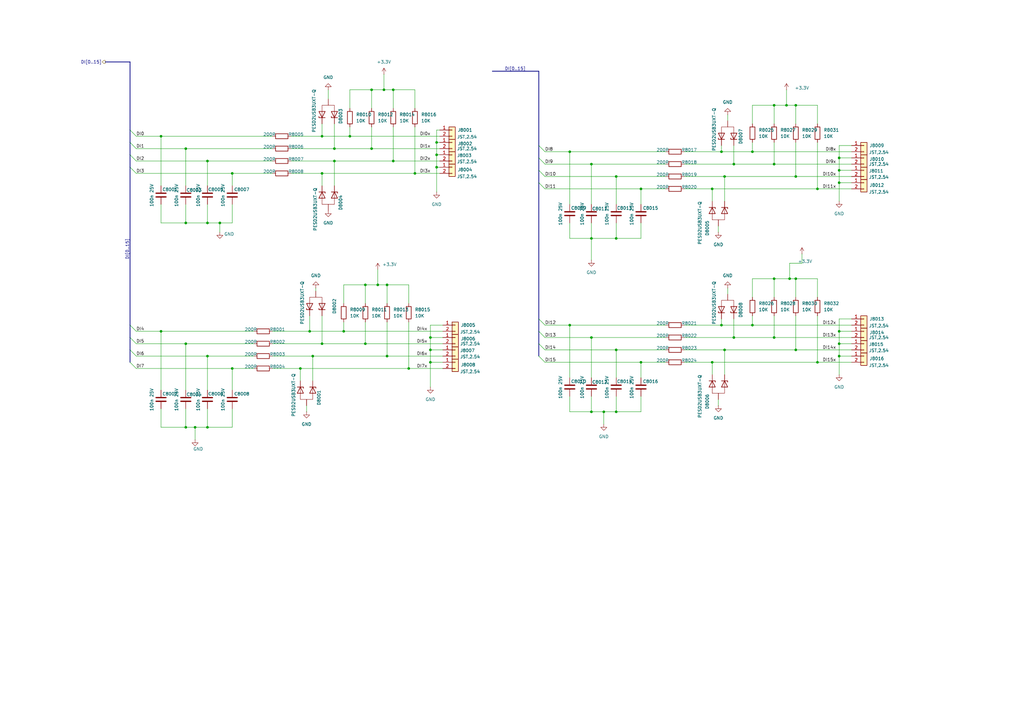
<source format=kicad_sch>
(kicad_sch (version 20231120) (generator "eeschema") (generator_version "8.0")
  (paper "A3")
  (title_block (title "BT_AD/DX") (rev "Rev:P1") (comment 1 "BT_0001-1"))
  (junction (at 326.39 72.39))
  (junction (at 132.08 71.12))
  (junction (at 176.53 138.43))
  (junction (at 76.2 91.44))
  (junction (at 233.68 62.23))
  (junction (at 179.07 68.58))
  (junction (at 317.5 43.18))
  (junction (at 76.2 175.26))
  (junction (at 335.28 148.59))
  (junction (at 335.28 77.47))
  (junction (at 242.57 138.43))
  (junction (at 158.75 146.05))
  (junction (at 344.17 146.05))
  (junction (at 66.04 55.88))
  (junction (at 149.86 140.97))
  (junction (at 154.94 116.84))
  (junction (at 128.27 146.05))
  (junction (at 127 135.89))
  (junction (at 297.18 143.51))
  (junction (at 152.4 36.83))
  (junction (at 326.39 114.3))
  (junction (at 317.5 138.43))
  (junction (at 132.08 55.88))
  (junction (at 344.17 140.97))
  (junction (at 90.17 91.44))
  (junction (at 344.17 69.85))
  (junction (at 132.08 140.97))
  (junction (at 176.53 148.59))
  (junction (at 85.09 66.04))
  (junction (at 176.53 143.51))
  (junction (at 344.17 135.89))
  (junction (at 300.99 67.31))
  (junction (at 295.91 133.35))
  (junction (at 76.2 60.96))
  (junction (at 326.39 143.51))
  (junction (at 158.75 116.84))
  (junction (at 344.17 64.77))
  (junction (at 242.57 97.79))
  (junction (at 308.61 62.23))
  (junction (at 323.85 114.3))
  (junction (at 308.61 133.35))
  (junction (at 242.57 67.31))
  (junction (at 123.19 151.13))
  (junction (at 85.09 91.44))
  (junction (at 170.18 71.12))
  (junction (at 242.57 168.91))
  (junction (at 76.2 140.97))
  (junction (at 317.5 67.31))
  (junction (at 292.1 77.47))
  (junction (at 161.29 66.04))
  (junction (at 247.65 168.91))
  (junction (at 317.5 114.3))
  (junction (at 85.09 175.26))
  (junction (at 85.09 146.05))
  (junction (at 80.01 175.26))
  (junction (at 262.89 77.47))
  (junction (at 152.4 60.96))
  (junction (at 157.48 36.83))
  (junction (at 140.97 135.89))
  (junction (at 233.68 133.35))
  (junction (at 95.25 71.12))
  (junction (at 252.73 97.79))
  (junction (at 161.29 36.83))
  (junction (at 326.39 43.18))
  (junction (at 300.99 138.43))
  (junction (at 322.58 43.18))
  (junction (at 252.73 168.91))
  (junction (at 295.91 62.23))
  (junction (at 66.04 135.89))
  (junction (at 252.73 143.51))
  (junction (at 252.73 72.39))
  (junction (at 179.07 58.42))
  (junction (at 167.64 151.13))
  (junction (at 149.86 116.84))
  (junction (at 179.07 63.5))
  (junction (at 344.17 74.93))
  (junction (at 95.25 151.13))
  (junction (at 143.51 55.88))
  (junction (at 292.1 148.59))
  (junction (at 137.16 60.96))
  (junction (at 297.18 72.39))
  (junction (at 262.89 148.59))
  (junction (at 137.16 66.04))
  (bus_entry (at 53.34 148.59) (size 2.54 2.54))
  (bus_entry (at 53.34 138.43) (size 2.54 2.54))
  (bus_entry (at 53.34 143.51) (size 2.54 2.54))
  (bus_entry (at 53.34 68.58) (size 2.54 2.54))
  (bus_entry (at 53.34 58.42) (size 2.54 2.54))
  (bus_entry (at 220.98 74.93) (size 2.54 2.54))
  (bus_entry (at 220.98 130.81) (size 2.54 2.54))
  (bus_entry (at 220.98 140.97) (size 2.54 2.54))
  (bus_entry (at 220.98 146.05) (size 2.54 2.54))
  (bus_entry (at 220.98 135.89) (size 2.54 2.54))
  (bus_entry (at 220.98 64.77) (size 2.54 2.54))
  (bus_entry (at 53.34 53.34) (size 2.54 2.54))
  (bus_entry (at 53.34 63.5) (size 2.54 2.54))
  (bus_entry (at 220.98 59.69) (size 2.54 2.54))
  (bus_entry (at 220.98 69.85) (size 2.54 2.54))
  (bus_entry (at 53.34 133.35) (size 2.54 2.54))
  (wire (pts (xy 344.17 74.93) (xy 344.17 82.55)))
  (wire (pts (xy 322.58 43.18) (xy 326.39 43.18)))
  (wire (pts (xy 326.39 58.42) (xy 326.39 72.39)))
  (wire (pts (xy 233.68 168.91) (xy 242.57 168.91)))
  (wire (pts (xy 76.2 140.97) (xy 104.14 140.97)))
  (wire (pts (xy 317.5 114.3) (xy 308.61 114.3)))
  (wire (pts (xy 76.2 60.96) (xy 111.76 60.96)))
  (wire (pts (xy 295.91 59.69) (xy 295.91 62.23)))
  (wire (pts (xy 335.28 129.54) (xy 335.28 148.59)))
  (wire (pts (xy 242.57 138.43) (xy 242.57 154.94)))
  (wire (pts (xy 149.86 132.08) (xy 149.86 140.97)))
  (wire (pts (xy 344.17 140.97) (xy 344.17 146.05)))
  (wire (pts (xy 317.5 138.43) (xy 349.25 138.43)))
  (wire (pts (xy 170.18 71.12) (xy 180.34 71.12)))
  (wire (pts (xy 179.07 63.5) (xy 180.34 63.5)))
  (wire (pts (xy 326.39 114.3) (xy 326.39 121.92)))
  (wire (pts (xy 280.67 67.31) (xy 300.99 67.31)))
  (wire (pts (xy 119.38 66.04) (xy 137.16 66.04)))
  (wire (pts (xy 95.25 71.12) (xy 111.76 71.12)))
  (wire (pts (xy 179.07 58.42) (xy 180.34 58.42)))
  (wire (pts (xy 252.73 72.39) (xy 252.73 83.82)))
  (wire (pts (xy 152.4 60.96) (xy 180.34 60.96)))
  (wire (pts (xy 85.09 167.64) (xy 85.09 175.26)))
  (wire (pts (xy 223.52 67.31) (xy 242.57 67.31)))
  (wire (pts (xy 179.07 68.58) (xy 179.07 78.74)))
  (wire (pts (xy 128.27 146.05) (xy 128.27 156.21)))
  (bus (pts (xy 53.34 68.58) (xy 53.34 63.5)))
  (wire (pts (xy 317.5 43.18) (xy 322.58 43.18)))
  (wire (pts (xy 308.61 58.42) (xy 308.61 62.23)))
  (wire (pts (xy 55.88 135.89) (xy 66.04 135.89)))
  (wire (pts (xy 317.5 114.3) (xy 323.85 114.3)))
  (wire (pts (xy 161.29 52.07) (xy 161.29 66.04)))
  (wire (pts (xy 335.28 121.92) (xy 335.28 114.3)))
  (wire (pts (xy 252.73 168.91) (xy 262.89 168.91)))
  (bus (pts (xy 220.98 59.69) (xy 220.98 29.21)))
  (wire (pts (xy 55.88 60.96) (xy 76.2 60.96)))
  (wire (pts (xy 242.57 162.56) (xy 242.57 168.91)))
  (wire (pts (xy 300.99 138.43) (xy 317.5 138.43)))
  (wire (pts (xy 176.53 143.51) (xy 181.61 143.51)))
  (wire (pts (xy 292.1 77.47) (xy 335.28 77.47)))
  (wire (pts (xy 161.29 66.04) (xy 180.34 66.04)))
  (wire (pts (xy 328.93 107.95) (xy 328.93 104.14)))
  (wire (pts (xy 85.09 91.44) (xy 90.17 91.44)))
  (wire (pts (xy 149.86 116.84) (xy 149.86 124.46)))
  (wire (pts (xy 176.53 138.43) (xy 181.61 138.43)))
  (wire (pts (xy 152.4 36.83) (xy 152.4 44.45)))
  (wire (pts (xy 95.25 71.12) (xy 95.25 76.2)))
  (wire (pts (xy 223.52 143.51) (xy 252.73 143.51)))
  (wire (pts (xy 95.25 151.13) (xy 104.14 151.13)))
  (wire (pts (xy 76.2 175.26) (xy 80.01 175.26)))
  (wire (pts (xy 154.94 110.49) (xy 154.94 116.84)))
  (wire (pts (xy 90.17 91.44) (xy 90.17 95.25)))
  (wire (pts (xy 294.64 92.71) (xy 294.64 95.25)))
  (wire (pts (xy 55.88 140.97) (xy 76.2 140.97)))
  (wire (pts (xy 66.04 135.89) (xy 66.04 160.02)))
  (wire (pts (xy 85.09 83.82) (xy 85.09 91.44)))
  (wire (pts (xy 76.2 91.44) (xy 85.09 91.44)))
  (wire (pts (xy 137.16 66.04) (xy 137.16 76.2)))
  (wire (pts (xy 233.68 62.23) (xy 233.68 83.82)))
  (wire (pts (xy 317.5 43.18) (xy 317.5 50.8)))
  (wire (pts (xy 85.09 175.26) (xy 95.25 175.26)))
  (wire (pts (xy 317.5 58.42) (xy 317.5 67.31)))
  (wire (pts (xy 280.67 138.43) (xy 300.99 138.43)))
  (wire (pts (xy 252.73 143.51) (xy 273.05 143.51)))
  (wire (pts (xy 179.07 53.34) (xy 179.07 58.42)))
  (wire (pts (xy 344.17 146.05) (xy 344.17 153.67)))
  (wire (pts (xy 317.5 43.18) (xy 308.61 43.18)))
  (wire (pts (xy 323.85 114.3) (xy 326.39 114.3)))
  (wire (pts (xy 344.17 135.89) (xy 349.25 135.89)))
  (bus (pts (xy 220.98 74.93) (xy 220.98 130.81)))
  (wire (pts (xy 233.68 162.56) (xy 233.68 168.91)))
  (wire (pts (xy 95.25 83.82) (xy 95.25 91.44)))
  (wire (pts (xy 344.17 64.77) (xy 344.17 69.85)))
  (wire (pts (xy 335.28 77.47) (xy 349.25 77.47)))
  (wire (pts (xy 280.67 62.23) (xy 295.91 62.23)))
  (wire (pts (xy 323.85 107.95) (xy 323.85 114.3)))
  (wire (pts (xy 233.68 133.35) (xy 233.68 154.94)))
  (wire (pts (xy 170.18 44.45) (xy 170.18 36.83)))
  (wire (pts (xy 132.08 140.97) (xy 111.76 140.97)))
  (wire (pts (xy 176.53 138.43) (xy 176.53 143.51)))
  (bus (pts (xy 53.34 53.34) (xy 53.34 25.4)))
  (wire (pts (xy 344.17 64.77) (xy 349.25 64.77)))
  (wire (pts (xy 90.17 91.44) (xy 95.25 91.44)))
  (wire (pts (xy 176.53 148.59) (xy 181.61 148.59)))
  (wire (pts (xy 323.85 107.95) (xy 328.93 107.95)))
  (wire (pts (xy 344.17 130.81) (xy 349.25 130.81)))
  (wire (pts (xy 317.5 129.54) (xy 317.5 138.43)))
  (wire (pts (xy 176.53 148.59) (xy 176.53 158.75)))
  (wire (pts (xy 262.89 148.59) (xy 262.89 154.94)))
  (wire (pts (xy 143.51 36.83) (xy 143.51 44.45)))
  (wire (pts (xy 280.67 148.59) (xy 292.1 148.59)))
  (wire (pts (xy 161.29 36.83) (xy 157.48 36.83)))
  (wire (pts (xy 85.09 146.05) (xy 104.14 146.05)))
  (wire (pts (xy 308.61 62.23) (xy 349.25 62.23)))
  (wire (pts (xy 137.16 60.96) (xy 152.4 60.96)))
  (wire (pts (xy 181.61 133.35) (xy 176.53 133.35)))
  (wire (pts (xy 132.08 71.12) (xy 170.18 71.12)))
  (wire (pts (xy 317.5 67.31) (xy 349.25 67.31)))
  (wire (pts (xy 95.25 151.13) (xy 95.25 160.02)))
  (wire (pts (xy 132.08 140.97) (xy 149.86 140.97)))
  (wire (pts (xy 154.94 116.84) (xy 149.86 116.84)))
  (wire (pts (xy 85.09 146.05) (xy 85.09 160.02)))
  (wire (pts (xy 179.07 68.58) (xy 180.34 68.58)))
  (wire (pts (xy 76.2 60.96) (xy 76.2 76.2)))
  (wire (pts (xy 111.76 151.13) (xy 123.19 151.13)))
  (wire (pts (xy 326.39 43.18) (xy 326.39 50.8)))
  (wire (pts (xy 294.64 163.83) (xy 294.64 166.37)))
  (bus (pts (xy 201.93 29.21) (xy 220.98 29.21)))
  (wire (pts (xy 292.1 148.59) (xy 335.28 148.59)))
  (wire (pts (xy 66.04 135.89) (xy 104.14 135.89)))
  (wire (pts (xy 300.99 130.81) (xy 300.99 138.43)))
  (bus (pts (xy 53.34 133.35) (xy 53.34 68.58)))
  (wire (pts (xy 123.19 151.13) (xy 167.64 151.13)))
  (wire (pts (xy 262.89 77.47) (xy 273.05 77.47)))
  (wire (pts (xy 308.61 114.3) (xy 308.61 121.92)))
  (wire (pts (xy 280.67 143.51) (xy 297.18 143.51)))
  (wire (pts (xy 262.89 162.56) (xy 262.89 168.91)))
  (wire (pts (xy 132.08 71.12) (xy 132.08 76.2)))
  (wire (pts (xy 344.17 69.85) (xy 344.17 74.93)))
  (wire (pts (xy 292.1 148.59) (xy 292.1 153.67)))
  (wire (pts (xy 111.76 146.05) (xy 128.27 146.05)))
  (wire (pts (xy 66.04 175.26) (xy 76.2 175.26)))
  (bus (pts (xy 220.98 140.97) (xy 220.98 135.89)))
  (wire (pts (xy 152.4 52.07) (xy 152.4 60.96)))
  (bus (pts (xy 43.18 25.4) (xy 53.34 25.4)))
  (wire (pts (xy 137.16 66.04) (xy 161.29 66.04)))
  (wire (pts (xy 233.68 62.23) (xy 273.05 62.23)))
  (wire (pts (xy 326.39 129.54) (xy 326.39 143.51)))
  (wire (pts (xy 158.75 116.84) (xy 158.75 124.46)))
  (wire (pts (xy 295.91 133.35) (xy 308.61 133.35)))
  (wire (pts (xy 242.57 168.91) (xy 247.65 168.91)))
  (wire (pts (xy 149.86 116.84) (xy 140.97 116.84)))
  (wire (pts (xy 242.57 67.31) (xy 273.05 67.31)))
  (wire (pts (xy 344.17 146.05) (xy 349.25 146.05)))
  (wire (pts (xy 297.18 143.51) (xy 326.39 143.51)))
  (wire (pts (xy 223.52 77.47) (xy 262.89 77.47)))
  (wire (pts (xy 95.25 167.64) (xy 95.25 175.26)))
  (wire (pts (xy 242.57 138.43) (xy 273.05 138.43)))
  (wire (pts (xy 149.86 140.97) (xy 181.61 140.97)))
  (bus (pts (xy 53.34 63.5) (xy 53.34 58.42)))
  (wire (pts (xy 132.08 129.54) (xy 132.08 140.97)))
  (wire (pts (xy 66.04 55.88) (xy 111.76 55.88)))
  (bus (pts (xy 53.34 143.51) (xy 53.34 138.43)))
  (wire (pts (xy 66.04 55.88) (xy 66.04 76.2)))
  (wire (pts (xy 335.28 58.42) (xy 335.28 77.47)))
  (wire (pts (xy 85.09 66.04) (xy 111.76 66.04)))
  (wire (pts (xy 335.28 50.8) (xy 335.28 43.18)))
  (bus (pts (xy 220.98 74.93) (xy 220.98 69.85)))
  (wire (pts (xy 252.73 91.44) (xy 252.73 97.79)))
  (wire (pts (xy 242.57 97.79) (xy 252.73 97.79)))
  (wire (pts (xy 137.16 50.8) (xy 137.16 60.96)))
  (wire (pts (xy 223.52 62.23) (xy 233.68 62.23)))
  (wire (pts (xy 317.5 114.3) (xy 317.5 121.92)))
  (wire (pts (xy 143.51 52.07) (xy 143.51 55.88)))
  (wire (pts (xy 223.52 138.43) (xy 242.57 138.43)))
  (wire (pts (xy 167.64 151.13) (xy 181.61 151.13)))
  (wire (pts (xy 262.89 148.59) (xy 273.05 148.59)))
  (wire (pts (xy 66.04 83.82) (xy 66.04 91.44)))
  (wire (pts (xy 157.48 30.48) (xy 157.48 36.83)))
  (wire (pts (xy 242.57 91.44) (xy 242.57 97.79)))
  (wire (pts (xy 55.88 151.13) (xy 95.25 151.13)))
  (wire (pts (xy 252.73 72.39) (xy 273.05 72.39)))
  (wire (pts (xy 242.57 67.31) (xy 242.57 83.82)))
  (wire (pts (xy 308.61 129.54) (xy 308.61 133.35)))
  (wire (pts (xy 344.17 59.69) (xy 349.25 59.69)))
  (wire (pts (xy 80.01 175.26) (xy 85.09 175.26)))
  (wire (pts (xy 179.07 58.42) (xy 179.07 63.5)))
  (wire (pts (xy 344.17 130.81) (xy 344.17 135.89)))
  (wire (pts (xy 233.68 97.79) (xy 242.57 97.79)))
  (wire (pts (xy 176.53 133.35) (xy 176.53 138.43)))
  (wire (pts (xy 297.18 143.51) (xy 297.18 153.67)))
  (wire (pts (xy 128.27 146.05) (xy 158.75 146.05)))
  (wire (pts (xy 326.39 143.51) (xy 349.25 143.51)))
  (wire (pts (xy 170.18 36.83) (xy 161.29 36.83)))
  (wire (pts (xy 140.97 116.84) (xy 140.97 124.46)))
  (wire (pts (xy 292.1 77.47) (xy 292.1 82.55)))
  (bus (pts (xy 220.98 146.05) (xy 220.98 140.97)))
  (wire (pts (xy 179.07 63.5) (xy 179.07 68.58)))
  (wire (pts (xy 76.2 83.82) (xy 76.2 91.44)))
  (wire (pts (xy 119.38 71.12) (xy 132.08 71.12)))
  (wire (pts (xy 132.08 55.88) (xy 143.51 55.88)))
  (bus (pts (xy 220.98 135.89) (xy 220.98 130.81)))
  (wire (pts (xy 326.39 72.39) (xy 349.25 72.39)))
  (wire (pts (xy 140.97 132.08) (xy 140.97 135.89)))
  (wire (pts (xy 55.88 146.05) (xy 85.09 146.05)))
  (wire (pts (xy 127 129.54) (xy 127 135.89)))
  (wire (pts (xy 143.51 55.88) (xy 180.34 55.88)))
  (wire (pts (xy 233.68 91.44) (xy 233.68 97.79)))
  (wire (pts (xy 300.99 59.69) (xy 300.99 67.31)))
  (wire (pts (xy 335.28 148.59) (xy 349.25 148.59)))
  (wire (pts (xy 55.88 66.04) (xy 85.09 66.04)))
  (wire (pts (xy 344.17 140.97) (xy 349.25 140.97)))
  (wire (pts (xy 76.2 167.64) (xy 76.2 175.26)))
  (wire (pts (xy 140.97 135.89) (xy 181.61 135.89)))
  (wire (pts (xy 158.75 116.84) (xy 154.94 116.84)))
  (wire (pts (xy 298.45 46.99) (xy 298.45 49.53)))
  (wire (pts (xy 170.18 52.07) (xy 170.18 71.12)))
  (wire (pts (xy 300.99 67.31) (xy 317.5 67.31)))
  (wire (pts (xy 252.73 162.56) (xy 252.73 168.91)))
  (bus (pts (xy 220.98 64.77) (xy 220.98 59.69)))
  (wire (pts (xy 129.54 118.11) (xy 129.54 119.38)))
  (wire (pts (xy 247.65 168.91) (xy 252.73 168.91)))
  (wire (pts (xy 176.53 143.51) (xy 176.53 148.59)))
  (wire (pts (xy 252.73 143.51) (xy 252.73 154.94)))
  (wire (pts (xy 297.18 72.39) (xy 297.18 82.55)))
  (wire (pts (xy 295.91 130.81) (xy 295.91 133.35)))
  (wire (pts (xy 308.61 43.18) (xy 308.61 50.8)))
  (wire (pts (xy 132.08 50.8) (xy 132.08 55.88)))
  (wire (pts (xy 125.73 166.37) (xy 125.73 168.91)))
  (wire (pts (xy 167.64 116.84) (xy 158.75 116.84)))
  (wire (pts (xy 76.2 140.97) (xy 76.2 160.02)))
  (wire (pts (xy 80.01 175.26) (xy 80.01 180.34)))
  (bus (pts (xy 53.34 58.42) (xy 53.34 53.34)))
  (wire (pts (xy 127 135.89) (xy 140.97 135.89)))
  (wire (pts (xy 280.67 72.39) (xy 297.18 72.39)))
  (bus (pts (xy 53.34 148.59) (xy 53.34 143.51)))
  (wire (pts (xy 322.58 36.83) (xy 322.58 43.18)))
  (wire (pts (xy 344.17 74.93) (xy 349.25 74.93)))
  (wire (pts (xy 85.09 66.04) (xy 85.09 76.2)))
  (wire (pts (xy 157.48 36.83) (xy 152.4 36.83)))
  (wire (pts (xy 297.18 72.39) (xy 326.39 72.39)))
  (wire (pts (xy 167.64 124.46) (xy 167.64 116.84)))
  (wire (pts (xy 298.45 118.11) (xy 298.45 120.65)))
  (wire (pts (xy 111.76 135.89) (xy 127 135.89)))
  (wire (pts (xy 247.65 168.91) (xy 247.65 173.99)))
  (wire (pts (xy 252.73 97.79) (xy 262.89 97.79)))
  (wire (pts (xy 326.39 114.3) (xy 335.28 114.3)))
  (wire (pts (xy 223.52 148.59) (xy 262.89 148.59)))
  (wire (pts (xy 295.91 62.23) (xy 308.61 62.23)))
  (wire (pts (xy 123.19 151.13) (xy 123.19 156.21)))
  (wire (pts (xy 262.89 77.47) (xy 262.89 83.82)))
  (wire (pts (xy 134.62 36.83) (xy 134.62 40.64)))
  (wire (pts (xy 335.28 43.18) (xy 326.39 43.18)))
  (wire (pts (xy 233.68 133.35) (xy 273.05 133.35)))
  (wire (pts (xy 280.67 133.35) (xy 295.91 133.35)))
  (wire (pts (xy 344.17 135.89) (xy 344.17 140.97)))
  (wire (pts (xy 158.75 132.08) (xy 158.75 146.05)))
  (wire (pts (xy 223.52 72.39) (xy 252.73 72.39)))
  (wire (pts (xy 161.29 36.83) (xy 161.29 44.45)))
  (wire (pts (xy 344.17 69.85) (xy 349.25 69.85)))
  (wire (pts (xy 55.88 55.88) (xy 66.04 55.88)))
  (wire (pts (xy 66.04 91.44) (xy 76.2 91.44)))
  (wire (pts (xy 66.04 167.64) (xy 66.04 175.26)))
  (bus (pts (xy 53.34 138.43) (xy 53.34 133.35)))
  (wire (pts (xy 55.88 71.12) (xy 95.25 71.12)))
  (wire (pts (xy 180.34 53.34) (xy 179.07 53.34)))
  (wire (pts (xy 344.17 59.69) (xy 344.17 64.77)))
  (wire (pts (xy 262.89 91.44) (xy 262.89 97.79)))
  (wire (pts (xy 280.67 77.47) (xy 292.1 77.47)))
  (wire (pts (xy 167.64 132.08) (xy 167.64 151.13)))
  (wire (pts (xy 152.4 36.83) (xy 143.51 36.83)))
  (wire (pts (xy 158.75 146.05) (xy 181.61 146.05)))
  (bus (pts (xy 220.98 69.85) (xy 220.98 64.77)))
  (wire (pts (xy 223.52 133.35) (xy 233.68 133.35)))
  (wire (pts (xy 119.38 55.88) (xy 132.08 55.88)))
  (wire (pts (xy 119.38 60.96) (xy 137.16 60.96)))
  (wire (pts (xy 242.57 97.79) (xy 242.57 106.68)))
  (wire (pts (xy 308.61 133.35) (xy 349.25 133.35)))
  (label "DI11" (at 223.52 77.47 0))
  (label "DI13" (at 223.52 138.43 0))
  (label "DI15" (at 223.52 148.59 0))
  (label "DI9" (at 223.52 67.31 0))
  (label "DI5x" (at 175.26 140.97 180))
  (label "DI1" (at 55.88 60.96 0))
  (label "DI7x" (at 175.26 151.13 180))
  (label "DI3x" (at 176.53 71.12 180))
  (label "DI2" (at 55.88 66.04 0))
  (label "DI6x" (at 175.26 146.05 180))
  (label "DI[0..15]" (at 53.34 97.79 270))
  (label "DI14x" (at 342.9 143.51 180))
  (label "DI6" (at 55.88 146.05 0))
  (label "DI10" (at 223.52 72.39 0))
  (label "DI11x" (at 342.9 77.47 180))
  (label "DI4" (at 55.88 135.89 0))
  (label "DI8x" (at 342.9 62.23 180))
  (label "DI13x" (at 342.9 138.43 180))
  (label "DI15x" (at 342.9 148.59 180))
  (label "DI4x" (at 175.26 135.89 180))
  (label "DI9x" (at 342.9 67.31 180))
  (label "DI0" (at 55.88 55.88 0))
  (label "DI1x" (at 176.53 60.96 180))
  (label "DI5" (at 55.88 140.97 0))
  (label "DI14" (at 223.52 143.51 0))
  (label "DI[0..15]" (at 207.01 29.21 0))
  (label "DI12" (at 223.52 133.35 0))
  (label "DI0x" (at 176.53 55.88 180))
  (label "DI10x" (at 342.9 72.39 180))
  (label "DI12x" (at 342.9 133.35 180))
  (label "DI7" (at 55.88 151.13 0))
  (label "DI2x" (at 176.53 66.04 180))
  (label "DI8" (at 223.52 62.23 0))
  (label "DI3" (at 55.88 71.12 0))
  (hierarchical_label "DI[0..15]" (shape output) (at 43.18 25.4 180))
  (symbol (lib_id "bt_capacitor:C;M;100n;10p;25V;S;0603") (at 252.73 158.75 0) (unit 1)
    (property "Reference" "C8014" (at 252.984 156.464 0) (effects (justify left)))
    (property "Value" "100n 25V" (at 248.92 163.576 90) (effects (justify left)))
    (property "Footprint" "Capacitor_SMD:C_0603_1608Metric" (effects (hide yes)))
    (property "Description" "Capacitor" (effects (hide yes)))
    (property "MPN" "C;M;100n;10p;25V;S;0603" (effects (hide yes)))
    (property "CPN" "BT00008-090680" (effects (hide yes)))
  )
  (symbol (lib_id "bt_resistors:R;G;200R;10P0;S;0603") (at 276.86 72.39 90) (unit 1)
    (property "Reference" "R8019" (at 282.702 71.628 90))
    (property "Value" "200R" (at 271.78 71.628 90))
    (property "Footprint" "Resistor_SMD:R_0603_1608Metric" (effects (hide yes)))
    (property "Description" "Resistor" (effects (hide yes)))
    (property "MPN" "R;G;200R;10P0;S;0603" (effects (hide yes)))
    (property "CPN" "BT00002-02000" (effects (hide yes)))
  )
  (symbol (lib_id "bt_resistors:R;G;200R;10P0;S;0603") (at 115.57 60.96 90) (unit 1)
    (property "Reference" "R8006" (at 121.412 60.198 90))
    (property "Value" "200R" (at 110.49 60.198 90))
    (property "Footprint" "Resistor_SMD:R_0603_1608Metric" (effects (hide yes)))
    (property "Description" "Resistor" (effects (hide yes)))
    (property "MPN" "R;G;200R;10P0;S;0603" (effects (hide yes)))
    (property "CPN" "BT00002-02000" (effects (hide yes)))
  )
  (symbol (lib_id "bt_resistors:R;G;200R;10P0;S;0603") (at 115.57 66.04 90) (unit 1)
    (property "Reference" "R8007" (at 121.412 65.278 90))
    (property "Value" "200R" (at 110.49 65.278 90))
    (property "Footprint" "Resistor_SMD:R_0603_1608Metric" (effects (hide yes)))
    (property "Description" "Resistor" (effects (hide yes)))
    (property "MPN" "R;G;200R;10P0;S;0603" (effects (hide yes)))
    (property "CPN" "BT00002-02000" (effects (hide yes)))
  )
  (symbol (lib_id "bt_resistors:R;G;200R;10P0;S;0603") (at 107.95 140.97 90) (unit 1)
    (property "Reference" "R8002" (at 113.792 140.208 90))
    (property "Value" "200R" (at 102.87 140.208 90))
    (property "Footprint" "Resistor_SMD:R_0603_1608Metric" (effects (hide yes)))
    (property "Description" "Resistor" (effects (hide yes)))
    (property "MPN" "R;G;200R;10P0;S;0603" (effects (hide yes)))
    (property "CPN" "BT00002-02000" (effects (hide yes)))
  )
  (symbol (lib_id "bt_capacitor:C;M;100n;10p;25V;S;0603") (at 242.57 158.75 0) (unit 1)
    (property "Reference" "C8012" (at 242.824 156.718 0) (effects (justify left)))
    (property "Value" "100n 25V" (at 238.76 163.576 90) (effects (justify left)))
    (property "Footprint" "Capacitor_SMD:C_0603_1608Metric" (effects (hide yes)))
    (property "Description" "Capacitor" (effects (hide yes)))
    (property "MPN" "C;M;100n;10p;25V;S;0603" (effects (hide yes)))
    (property "CPN" "BT00008-090680" (effects (hide yes)))
  )
  (symbol (lib_id "bt_ESD_protection:PESD2USB3UXT-Q") (at 298.45 55.88 90) (unit 1)
    (property "Reference" "D8007" (at 303.784 52.832 0) (effects (justify right)))
    (property "Value" "PESD2USB3UXT-Q" (at 292.862 44.196 0) (effects (justify right)))
    (property "Footprint" "Package_TO_SOT_SMD:SOT-23-3" (effects (hide yes)))
    (property "Datasheet" "https://www.mouser.se/datasheet/2/916/PESD2USB3UXT_Q-3435971.pdf" (effects (hide yes)))
    (property "Description" "TVS dual 3v3" (effects (hide yes)))
    (property "CPN" "BT09002-00001" (effects (hide yes)))
    (property "MPN" "PESD2USB3UXT-Q" (effects (hide yes)))
  )
  (symbol (lib_id "bt_connector:M;JST;01x02;2.54") (at 186.69 133.35 0) (unit 1)
    (property "Reference" "J8005" (at 188.976 133.35 0) (effects (justify left)))
    (property "Value" "JST,2.54" (at 188.722 136.144 0) (effects (justify left)))
    (property "Footprint" "Connector_JST:JST_EH_B2B-EH-A_1x02_P2.50mm_Vertical" (effects (hide yes)))
    (property "Description" "Generic connector, single row, 01x02, script generated (kicad-library-utils/schlib/autogen/connector/)" (effects (hide yes)))
    (property "CPN" "BT10003-00002" (effects (hide yes)))
    (property "MPN" "JST 2 pin" (effects (hide yes)))
    (property "SMT" "n" (effects (hide yes)))
  )
  (symbol (lib_id "bt_resistors:R;G;10K;10P0;S;0603") (at 335.28 125.73 0) (unit 1)
    (property "Reference" "R8032" (at 337.82 124.4599 0) (effects (justify left)))
    (property "Value" "10K" (at 337.82 126.9999 0) (effects (justify left)))
    (property "Footprint" "Resistor_SMD:R_0603_1608Metric" (effects (hide yes)))
    (property "Description" "Resistor" (effects (hide yes)))
    (property "MPN" "R;G;10K;10P0;S;0603" (effects (hide yes)))
    (property "CPN" "BT00002-30100" (effects (hide yes)))
  )
  (symbol (lib_id "bt_resistors:R;G;200R;10P0;S;0603") (at 115.57 55.88 90) (unit 1)
    (property "Reference" "R8005" (at 121.412 55.118 90))
    (property "Value" "200R" (at 110.49 55.118 90))
    (property "Footprint" "Resistor_SMD:R_0603_1608Metric" (effects (hide yes)))
    (property "Description" "Resistor" (effects (hide yes)))
    (property "MPN" "R;G;200R;10P0;S;0603" (effects (hide yes)))
    (property "CPN" "BT00002-02000" (effects (hide yes)))
  )
  (symbol (lib_id "bt_connector:M;JST;01x02;2.54") (at 186.69 143.51 0) (unit 1)
    (property "Reference" "J8007" (at 188.722 143.764 0) (effects (justify left)))
    (property "Value" "JST,2.54" (at 188.722 146.304 0) (effects (justify left)))
    (property "Footprint" "Connector_JST:JST_EH_B2B-EH-A_1x02_P2.50mm_Vertical" (effects (hide yes)))
    (property "Description" "Generic connector, single row, 01x02, script generated (kicad-library-utils/schlib/autogen/connector/)" (effects (hide yes)))
    (property "CPN" "BT10003-00002" (effects (hide yes)))
    (property "MPN" "JST 2 pin" (effects (hide yes)))
    (property "SMT" "n" (effects (hide yes)))
  )
  (symbol (lib_id "bt_resistors:R;G;10K;10P0;S;0603") (at 170.18 48.26 0) (unit 1)
    (property "Reference" "R8016" (at 172.72 46.9899 0) (effects (justify left)))
    (property "Value" "10K" (at 172.72 49.5299 0) (effects (justify left)))
    (property "Footprint" "Resistor_SMD:R_0603_1608Metric" (effects (hide yes)))
    (property "Description" "Resistor" (effects (hide yes)))
    (property "MPN" "R;G;10K;10P0;S;0603" (effects (hide yes)))
    (property "CPN" "BT00002-30100" (effects (hide yes)))
  )
  (symbol (lib_id "bt_capacitor:C;M;100n;10p;25V;S;0603") (at 95.25 80.01 0) (unit 1)
    (property "Reference" "C8007" (at 96.012 77.724 0) (effects (justify left)))
    (property "Value" "100n 25V" (at 91.44 84.836 90) (effects (justify left)))
    (property "Footprint" "Capacitor_SMD:C_0603_1608Metric" (effects (hide yes)))
    (property "Description" "Capacitor" (effects (hide yes)))
    (property "MPN" "C;M;100n;10p;25V;S;0603" (effects (hide yes)))
    (property "CPN" "BT00008-090680" (effects (hide yes)))
  )
  (symbol (lib_id "bt_resistors:R;G;200R;10P0;S;0603") (at 276.86 143.51 90) (unit 1)
    (property "Reference" "R8023" (at 282.702 142.748 90))
    (property "Value" "200R" (at 271.78 142.748 90))
    (property "Footprint" "Resistor_SMD:R_0603_1608Metric" (effects (hide yes)))
    (property "Description" "Resistor" (effects (hide yes)))
    (property "MPN" "R;G;200R;10P0;S;0603" (effects (hide yes)))
    (property "CPN" "BT00002-02000" (effects (hide yes)))
  )
  (symbol (lib_id "bt_resistors:R;G;10K;10P0;S;0603") (at 167.64 128.27 0) (unit 1)
    (property "Reference" "R8015" (at 170.18 126.9999 0) (effects (justify left)))
    (property "Value" "10K" (at 170.18 129.5399 0) (effects (justify left)))
    (property "Footprint" "Resistor_SMD:R_0603_1608Metric" (effects (hide yes)))
    (property "Description" "Resistor" (effects (hide yes)))
    (property "MPN" "R;G;10K;10P0;S;0603" (effects (hide yes)))
    (property "CPN" "BT00002-30100" (effects (hide yes)))
  )
  (symbol (lib_id "bt_capacitor:C;M;100n;10p;25V;S;0603") (at 95.25 163.83 0) (unit 1)
    (property "Reference" "C8008" (at 96.012 161.544 0) (effects (justify left)))
    (property "Value" "100n 25V" (at 91.44 168.656 90) (effects (justify left)))
    (property "Footprint" "Capacitor_SMD:C_0603_1608Metric" (effects (hide yes)))
    (property "Description" "Capacitor" (effects (hide yes)))
    (property "MPN" "C;M;100n;10p;25V;S;0603" (effects (hide yes)))
    (property "CPN" "BT00008-090680" (effects (hide yes)))
  )
  (symbol (lib_id "bt_connector:M;JST;01x02;2.54") (at 186.69 138.43 0) (unit 1)
    (property "Reference" "J8006" (at 188.976 138.938 0) (effects (justify left)))
    (property "Value" "JST,2.54" (at 188.722 140.97 0) (effects (justify left)))
    (property "Footprint" "Connector_JST:JST_EH_B2B-EH-A_1x02_P2.50mm_Vertical" (effects (hide yes)))
    (property "Description" "Generic connector, single row, 01x02, script generated (kicad-library-utils/schlib/autogen/connector/)" (effects (hide yes)))
    (property "CPN" "BT10003-00002" (effects (hide yes)))
    (property "MPN" "JST 2 pin" (effects (hide yes)))
    (property "SMT" "n" (effects (hide yes)))
  )
  (symbol (lib_id "bt_connector:M;JST;01x02;2.54") (at 354.33 130.81 0) (unit 1)
    (property "Reference" "J8013" (at 356.616 130.81 0) (effects (justify left)))
    (property "Value" "JST,2.54" (at 356.362 133.604 0) (effects (justify left)))
    (property "Footprint" "Connector_JST:JST_EH_B2B-EH-A_1x02_P2.50mm_Vertical" (effects (hide yes)))
    (property "Description" "Generic connector, single row, 01x02, script generated (kicad-library-utils/schlib/autogen/connector/)" (effects (hide yes)))
    (property "CPN" "BT10003-00002" (effects (hide yes)))
    (property "MPN" "JST 2 pin" (effects (hide yes)))
    (property "SMT" "n" (effects (hide yes)))
  )
  (symbol (lib_id "bt_capacitor:C;M;100n;10p;25V;S;0603") (at 66.04 163.83 0) (unit 1)
    (property "Reference" "C8002" (at 66.548 161.544 0) (effects (justify left)))
    (property "Value" "100n 25V" (at 62.23 168.656 90) (effects (justify left)))
    (property "Footprint" "Capacitor_SMD:C_0603_1608Metric" (effects (hide yes)))
    (property "Description" "Capacitor" (effects (hide yes)))
    (property "MPN" "C;M;100n;10p;25V;S;0603" (effects (hide yes)))
    (property "CPN" "BT00008-090680" (effects (hide yes)))
  )
  (symbol (lib_id "power:GND") (at 294.64 95.25 0) (unit 1)
    (property "Reference" "#PWR08013" (effects (hide yes)))
    (property "Value" "GND" (at 294.64 100.33 0))
    (property "Description" "Power symbol creates a global label with name \"GND\" , ground" (effects (hide yes)))
  )
  (symbol (lib_id "bt_capacitor:C;M;100n;10p;25V;S;0603") (at 233.68 87.63 0) (unit 1)
    (property "Reference" "C8009" (at 234.188 85.344 0) (effects (justify left)))
    (property "Value" "100n 25V" (at 229.87 92.456 90) (effects (justify left)))
    (property "Footprint" "Capacitor_SMD:C_0603_1608Metric" (effects (hide yes)))
    (property "Description" "Capacitor" (effects (hide yes)))
    (property "MPN" "C;M;100n;10p;25V;S;0603" (effects (hide yes)))
    (property "CPN" "BT00008-090680" (effects (hide yes)))
  )
  (symbol (lib_id "power:GND") (at 298.45 46.99 180) (unit 1)
    (property "Reference" "#PWR08015" (effects (hide yes)))
    (property "Value" "GND" (at 298.45 41.91 0))
    (property "Description" "Power symbol creates a global label with name \"GND\" , ground" (effects (hide yes)))
  )
  (symbol (lib_id "power:GND") (at 80.01 180.34 0) (unit 1)
    (property "Reference" "#PWR08001" (effects (hide yes)))
    (property "Value" "GND" (at 81.28 184.15 0))
    (property "Description" "Power symbol creates a global label with name \"GND\" , ground" (effects (hide yes)))
  )
  (symbol (lib_id "power:GND") (at 242.57 106.68 0) (unit 1)
    (property "Reference" "#PWR08011" (effects (hide yes)))
    (property "Value" "GND" (at 242.57 111.76 0))
    (property "Description" "Power symbol creates a global label with name \"GND\" , ground" (effects (hide yes)))
  )
  (symbol (lib_id "bt_resistors:R;G;200R;10P0;S;0603") (at 276.86 138.43 90) (unit 1)
    (property "Reference" "R8022" (at 282.702 137.668 90))
    (property "Value" "200R" (at 271.78 137.668 90))
    (property "Footprint" "Resistor_SMD:R_0603_1608Metric" (effects (hide yes)))
    (property "Description" "Resistor" (effects (hide yes)))
    (property "MPN" "R;G;200R;10P0;S;0603" (effects (hide yes)))
    (property "CPN" "BT00002-02000" (effects (hide yes)))
  )
  (symbol (lib_id "bt_resistors:R;G;10K;10P0;S;0603") (at 140.97 128.27 0) (unit 1)
    (property "Reference" "R8009" (at 143.51 126.9999 0) (effects (justify left)))
    (property "Value" "10K" (at 143.51 129.5399 0) (effects (justify left)))
    (property "Footprint" "Resistor_SMD:R_0603_1608Metric" (effects (hide yes)))
    (property "Description" "Resistor" (effects (hide yes)))
    (property "MPN" "R;G;10K;10P0;S;0603" (effects (hide yes)))
    (property "CPN" "BT00002-30100" (effects (hide yes)))
  )
  (symbol (lib_id "power:GND") (at 134.62 36.83 180) (unit 1)
    (property "Reference" "#PWR08005" (effects (hide yes)))
    (property "Value" "GND" (at 134.62 31.75 0))
    (property "Description" "Power symbol creates a global label with name \"GND\" , ground" (effects (hide yes)))
  )
  (symbol (lib_id "bt_resistors:R;G;10K;10P0;S;0603") (at 335.28 54.61 0) (unit 1)
    (property "Reference" "R8031" (at 337.82 53.3399 0) (effects (justify left)))
    (property "Value" "10K" (at 337.82 55.8799 0) (effects (justify left)))
    (property "Footprint" "Resistor_SMD:R_0603_1608Metric" (effects (hide yes)))
    (property "Description" "Resistor" (effects (hide yes)))
    (property "MPN" "R;G;10K;10P0;S;0603" (effects (hide yes)))
    (property "CPN" "BT00002-30100" (effects (hide yes)))
  )
  (symbol (lib_id "bt_connector:M;JST;01x02;2.54") (at 185.42 58.42 0) (unit 1)
    (property "Reference" "J8002" (at 187.706 58.928 0) (effects (justify left)))
    (property "Value" "JST,2.54" (at 187.452 60.96 0) (effects (justify left)))
    (property "Footprint" "Connector_JST:JST_EH_B2B-EH-A_1x02_P2.50mm_Vertical" (effects (hide yes)))
    (property "Description" "Generic connector, single row, 01x02, script generated (kicad-library-utils/schlib/autogen/connector/)" (effects (hide yes)))
    (property "CPN" "BT10003-00002" (effects (hide yes)))
    (property "MPN" "JST 2 pin" (effects (hide yes)))
    (property "SMT" "n" (effects (hide yes)))
  )
  (symbol (lib_id "bt_capacitor:C;M;100n;10p;25V;S;0603") (at 262.89 87.63 0) (unit 1)
    (property "Reference" "C8015" (at 263.652 85.344 0) (effects (justify left)))
    (property "Value" "100n 25V" (at 259.08 92.456 90) (effects (justify left)))
    (property "Footprint" "Capacitor_SMD:C_0603_1608Metric" (effects (hide yes)))
    (property "Description" "Capacitor" (effects (hide yes)))
    (property "MPN" "C;M;100n;10p;25V;S;0603" (effects (hide yes)))
    (property "CPN" "BT00008-090680" (effects (hide yes)))
  )
  (symbol (lib_id "bt_resistors:R;G;200R;10P0;S;0603") (at 107.95 146.05 90) (unit 1)
    (property "Reference" "R8003" (at 113.792 145.288 90))
    (property "Value" "200R" (at 102.87 145.288 90))
    (property "Footprint" "Resistor_SMD:R_0603_1608Metric" (effects (hide yes)))
    (property "Description" "Resistor" (effects (hide yes)))
    (property "MPN" "R;G;200R;10P0;S;0603" (effects (hide yes)))
    (property "CPN" "BT00002-02000" (effects (hide yes)))
  )
  (symbol (lib_id "bt_resistors:R;G;10K;10P0;S;0603") (at 152.4 48.26 0) (unit 1)
    (property "Reference" "R8012" (at 154.94 46.9899 0) (effects (justify left)))
    (property "Value" "10K" (at 154.94 49.5299 0) (effects (justify left)))
    (property "Footprint" "Resistor_SMD:R_0603_1608Metric" (effects (hide yes)))
    (property "Description" "Resistor" (effects (hide yes)))
    (property "MPN" "R;G;10K;10P0;S;0603" (effects (hide yes)))
    (property "CPN" "BT00002-30100" (effects (hide yes)))
  )
  (symbol (lib_id "bt_resistors:R;G;200R;10P0;S;0603") (at 276.86 67.31 90) (unit 1)
    (property "Reference" "R8018" (at 282.702 66.548 90))
    (property "Value" "200R" (at 271.78 66.548 90))
    (property "Footprint" "Resistor_SMD:R_0603_1608Metric" (effects (hide yes)))
    (property "Description" "Resistor" (effects (hide yes)))
    (property "MPN" "R;G;200R;10P0;S;0603" (effects (hide yes)))
    (property "CPN" "BT00002-02000" (effects (hide yes)))
  )
  (symbol (lib_id "bt_resistors:R;G;10K;10P0;S;0603") (at 149.86 128.27 0) (unit 1)
    (property "Reference" "R8011" (at 152.4 126.9999 0) (effects (justify left)))
    (property "Value" "10K" (at 152.4 129.5399 0) (effects (justify left)))
    (property "Footprint" "Resistor_SMD:R_0603_1608Metric" (effects (hide yes)))
    (property "Description" "Resistor" (effects (hide yes)))
    (property "MPN" "R;G;10K;10P0;S;0603" (effects (hide yes)))
    (property "CPN" "BT00002-30100" (effects (hide yes)))
  )
  (symbol (lib_id "bt_resistors:R;G;200R;10P0;S;0603") (at 107.95 151.13 90) (unit 1)
    (property "Reference" "R8004" (at 113.792 150.368 90))
    (property "Value" "200R" (at 102.87 150.368 90))
    (property "Footprint" "Resistor_SMD:R_0603_1608Metric" (effects (hide yes)))
    (property "Description" "Resistor" (effects (hide yes)))
    (property "MPN" "R;G;200R;10P0;S;0603" (effects (hide yes)))
    (property "CPN" "BT00002-02000" (effects (hide yes)))
  )
  (symbol (lib_id "power:+3.3V") (at 322.58 36.83 0) (unit 1)
    (property "Reference" "#PWR08017" (effects (hide yes)))
    (property "Value" "+3.3V" (at 328.93 36.068 0))
    (property "Description" "Power symbol creates a global label with name \"+3.3V\"" (effects (hide yes)))
  )
  (symbol (lib_id "bt_capacitor:C;M;100n;10p;25V;S;0603") (at 85.09 80.01 0) (unit 1)
    (property "Reference" "C8005" (at 85.344 77.724 0) (effects (justify left)))
    (property "Value" "100n 25V" (at 81.28 84.836 90) (effects (justify left)))
    (property "Footprint" "Capacitor_SMD:C_0603_1608Metric" (effects (hide yes)))
    (property "Description" "Capacitor" (effects (hide yes)))
    (property "MPN" "C;M;100n;10p;25V;S;0603" (effects (hide yes)))
    (property "CPN" "BT00008-090680" (effects (hide yes)))
  )
  (symbol (lib_id "bt_connector:M;JST;01x02;2.54") (at 354.33 140.97 0) (unit 1)
    (property "Reference" "J8015" (at 356.362 141.224 0) (effects (justify left)))
    (property "Value" "JST,2.54" (at 356.362 143.764 0) (effects (justify left)))
    (property "Footprint" "Connector_JST:JST_EH_B2B-EH-A_1x02_P2.50mm_Vertical" (effects (hide yes)))
    (property "Description" "Generic connector, single row, 01x02, script generated (kicad-library-utils/schlib/autogen/connector/)" (effects (hide yes)))
    (property "CPN" "BT10003-00002" (effects (hide yes)))
    (property "MPN" "JST 2 pin" (effects (hide yes)))
    (property "SMT" "n" (effects (hide yes)))
  )
  (symbol (lib_id "bt_connector:M;JST;01x02;2.54") (at 185.42 68.58 0) (unit 1)
    (property "Reference" "J8004" (at 187.706 69.596 0) (effects (justify left)))
    (property "Value" "JST,2.54" (at 187.452 72.39 0) (effects (justify left)))
    (property "Footprint" "Connector_JST:JST_EH_B2B-EH-A_1x02_P2.50mm_Vertical" (effects (hide yes)))
    (property "Description" "Generic connector, single row, 01x02, script generated (kicad-library-utils/schlib/autogen/connector/)" (effects (hide yes)))
    (property "CPN" "BT10003-00002" (effects (hide yes)))
    (property "MPN" "JST 2 pin" (effects (hide yes)))
    (property "SMT" "n" (effects (hide yes)))
  )
  (symbol (lib_id "bt_ESD_protection:PESD2USB3UXT-Q") (at 134.62 80.01 270) (unit 1)
    (property "Reference" "D8004" (at 139.7 79.9464 0) (effects (justify left)))
    (property "Value" "PESD2USB3UXT-Q" (at 129.286 76.962 0) (effects (justify left)))
    (property "Footprint" "Package_TO_SOT_SMD:SOT-23-3" (effects (hide yes)))
    (property "Datasheet" "https://www.mouser.se/datasheet/2/916/PESD2USB3UXT_Q-3435971.pdf" (effects (hide yes)))
    (property "Description" "TVS dual 3v3" (effects (hide yes)))
    (property "CPN" "BT09002-00001" (effects (hide yes)))
    (property "MPN" "PESD2USB3UXT-Q" (effects (hide yes)))
  )
  (symbol (lib_id "bt_resistors:R;G;200R;10P0;S;0603") (at 276.86 148.59 90) (unit 1)
    (property "Reference" "R8024" (at 282.702 147.828 90))
    (property "Value" "200R" (at 271.78 147.828 90))
    (property "Footprint" "Resistor_SMD:R_0603_1608Metric" (effects (hide yes)))
    (property "Description" "Resistor" (effects (hide yes)))
    (property "MPN" "R;G;200R;10P0;S;0603" (effects (hide yes)))
    (property "CPN" "BT00002-02000" (effects (hide yes)))
  )
  (symbol (lib_id "bt_ESD_protection:PESD2USB3UXT-Q") (at 134.62 46.99 90) (unit 1)
    (property "Reference" "D8003" (at 139.7 44.5134 0) (effects (justify right)))
    (property "Value" "PESD2USB3UXT-Q" (at 128.778 36.576 0) (effects (justify right)))
    (property "Footprint" "Package_TO_SOT_SMD:SOT-23-3" (effects (hide yes)))
    (property "Datasheet" "https://www.mouser.se/datasheet/2/916/PESD2USB3UXT_Q-3435971.pdf" (effects (hide yes)))
    (property "Description" "TVS dual 3v3" (effects (hide yes)))
    (property "CPN" "BT09002-00001" (effects (hide yes)))
    (property "MPN" "PESD2USB3UXT-Q" (effects (hide yes)))
  )
  (symbol (lib_id "bt_connector:M;JST;01x02;2.54") (at 354.33 64.77 0) (unit 1)
    (property "Reference" "J8010" (at 356.616 65.278 0) (effects (justify left)))
    (property "Value" "JST,2.54" (at 356.362 67.31 0) (effects (justify left)))
    (property "Footprint" "Connector_JST:JST_EH_B2B-EH-A_1x02_P2.50mm_Vertical" (effects (hide yes)))
    (property "Description" "Generic connector, single row, 01x02, script generated (kicad-library-utils/schlib/autogen/connector/)" (effects (hide yes)))
    (property "CPN" "BT10003-00002" (effects (hide yes)))
    (property "MPN" "JST 2 pin" (effects (hide yes)))
    (property "SMT" "n" (effects (hide yes)))
  )
  (symbol (lib_id "power:GND") (at 129.54 118.11 180) (unit 1)
    (property "Reference" "#PWR08004" (effects (hide yes)))
    (property "Value" "GND" (at 129.54 113.03 0))
    (property "Description" "Power symbol creates a global label with name \"GND\" , ground" (effects (hide yes)))
  )
  (symbol (lib_id "bt_resistors:R;G;10K;10P0;S;0603") (at 143.51 48.26 0) (unit 1)
    (property "Reference" "R8010" (at 146.05 46.9899 0) (effects (justify left)))
    (property "Value" "10K" (at 146.05 49.5299 0) (effects (justify left)))
    (property "Footprint" "Resistor_SMD:R_0603_1608Metric" (effects (hide yes)))
    (property "Description" "Resistor" (effects (hide yes)))
    (property "MPN" "R;G;10K;10P0;S;0603" (effects (hide yes)))
    (property "CPN" "BT00002-30100" (effects (hide yes)))
  )
  (symbol (lib_id "bt_connector:M;JST;01x02;2.54") (at 354.33 135.89 0) (unit 1)
    (property "Reference" "J8014" (at 356.616 136.398 0) (effects (justify left)))
    (property "Value" "JST,2.54" (at 356.362 138.43 0) (effects (justify left)))
    (property "Footprint" "Connector_JST:JST_EH_B2B-EH-A_1x02_P2.50mm_Vertical" (effects (hide yes)))
    (property "Description" "Generic connector, single row, 01x02, script generated (kicad-library-utils/schlib/autogen/connector/)" (effects (hide yes)))
    (property "CPN" "BT10003-00002" (effects (hide yes)))
    (property "MPN" "JST 2 pin" (effects (hide yes)))
    (property "SMT" "n" (effects (hide yes)))
  )
  (symbol (lib_id "bt_connector:M;JST;01x02;2.54") (at 185.42 63.5 0) (unit 1)
    (property "Reference" "J8003" (at 187.452 63.754 0) (effects (justify left)))
    (property "Value" "JST,2.54" (at 187.452 66.294 0) (effects (justify left)))
    (property "Footprint" "Connector_JST:JST_EH_B2B-EH-A_1x02_P2.50mm_Vertical" (effects (hide yes)))
    (property "Description" "Generic connector, single row, 01x02, script generated (kicad-library-utils/schlib/autogen/connector/)" (effects (hide yes)))
    (property "CPN" "BT10003-00002" (effects (hide yes)))
    (property "MPN" "JST 2 pin" (effects (hide yes)))
    (property "SMT" "n" (effects (hide yes)))
  )
  (symbol (lib_id "power:+3.3V") (at 157.48 30.48 0) (unit 1)
    (property "Reference" "#PWR08008" (effects (hide yes)))
    (property "Value" "+3.3V" (at 157.48 25.4 0))
    (property "Description" "Power symbol creates a global label with name \"+3.3V\"" (effects (hide yes)))
  )
  (symbol (lib_id "power:GND") (at 298.45 118.11 180) (unit 1)
    (property "Reference" "#PWR08016" (effects (hide yes)))
    (property "Value" "GND" (at 298.45 113.03 0))
    (property "Description" "Power symbol creates a global label with name \"GND\" , ground" (effects (hide yes)))
  )
  (symbol (lib_id "bt_capacitor:C;M;100n;10p;25V;S;0603") (at 262.89 158.75 0) (unit 1)
    (property "Reference" "C8016" (at 263.652 156.464 0) (effects (justify left)))
    (property "Value" "100n 25V" (at 259.08 163.576 90) (effects (justify left)))
    (property "Footprint" "Capacitor_SMD:C_0603_1608Metric" (effects (hide yes)))
    (property "Description" "Capacitor" (effects (hide yes)))
    (property "MPN" "C;M;100n;10p;25V;S;0603" (effects (hide yes)))
    (property "CPN" "BT00008-090680" (effects (hide yes)))
  )
  (symbol (lib_id "power:GND") (at 344.17 153.67 0) (unit 1)
    (property "Reference" "#PWR08020" (effects (hide yes)))
    (property "Value" "GND" (at 344.17 158.75 0))
    (property "Description" "Power symbol creates a global label with name \"GND\" , ground" (effects (hide yes)))
  )
  (symbol (lib_id "power:GND") (at 247.65 173.99 0) (unit 1)
    (property "Reference" "#PWR08012" (effects (hide yes)))
    (property "Value" "GND" (at 247.65 179.07 0))
    (property "Description" "Power symbol creates a global label with name \"GND\" , ground" (effects (hide yes)))
  )
  (symbol (lib_id "bt_resistors:R;G;10K;10P0;S;0603") (at 326.39 54.61 0) (unit 1)
    (property "Reference" "R8029" (at 328.93 53.3399 0) (effects (justify left)))
    (property "Value" "10K" (at 328.93 55.8799 0) (effects (justify left)))
    (property "Footprint" "Resistor_SMD:R_0603_1608Metric" (effects (hide yes)))
    (property "Description" "Resistor" (effects (hide yes)))
    (property "MPN" "R;G;10K;10P0;S;0603" (effects (hide yes)))
    (property "CPN" "BT00002-30100" (effects (hide yes)))
  )
  (symbol (lib_id "bt_capacitor:C;M;100n;10p;25V;S;0603") (at 76.2 80.01 0) (unit 1)
    (property "Reference" "C8003" (at 76.454 77.978 0) (effects (justify left)))
    (property "Value" "100n 25V" (at 72.39 84.836 90) (effects (justify left)))
    (property "Footprint" "Capacitor_SMD:C_0603_1608Metric" (effects (hide yes)))
    (property "Description" "Capacitor" (effects (hide yes)))
    (property "MPN" "C;M;100n;10p;25V;S;0603" (effects (hide yes)))
    (property "CPN" "BT00008-090680" (effects (hide yes)))
  )
  (symbol (lib_id "bt_resistors:R;G;10K;10P0;S;0603") (at 326.39 125.73 0) (unit 1)
    (property "Reference" "R8030" (at 328.93 124.4599 0) (effects (justify left)))
    (property "Value" "10K" (at 328.93 126.9999 0) (effects (justify left)))
    (property "Footprint" "Resistor_SMD:R_0603_1608Metric" (effects (hide yes)))
    (property "Description" "Resistor" (effects (hide yes)))
    (property "MPN" "R;G;10K;10P0;S;0603" (effects (hide yes)))
    (property "CPN" "BT00002-30100" (effects (hide yes)))
  )
  (symbol (lib_id "bt_capacitor:C;M;100n;10p;25V;S;0603") (at 76.2 163.83 0) (unit 1)
    (property "Reference" "C8004" (at 76.454 161.798 0) (effects (justify left)))
    (property "Value" "100n 25V" (at 72.39 168.656 90) (effects (justify left)))
    (property "Footprint" "Capacitor_SMD:C_0603_1608Metric" (effects (hide yes)))
    (property "Description" "Capacitor" (effects (hide yes)))
    (property "MPN" "C;M;100n;10p;25V;S;0603" (effects (hide yes)))
    (property "CPN" "BT00008-090680" (effects (hide yes)))
  )
  (symbol (lib_id "power:GND") (at 134.62 86.36 0) (unit 1)
    (property "Reference" "#PWR08006" (effects (hide yes)))
    (property "Value" "GND" (at 134.62 91.44 0))
    (property "Description" "Power symbol creates a global label with name \"GND\" , ground" (effects (hide yes)))
  )
  (symbol (lib_id "bt_capacitor:C;M;100n;10p;25V;S;0603") (at 66.04 80.01 0) (unit 1)
    (property "Reference" "C8001" (at 66.548 77.724 0) (effects (justify left)))
    (property "Value" "100n 25V" (at 62.23 84.836 90) (effects (justify left)))
    (property "Footprint" "Capacitor_SMD:C_0603_1608Metric" (effects (hide yes)))
    (property "Description" "Capacitor" (effects (hide yes)))
    (property "MPN" "C;M;100n;10p;25V;S;0603" (effects (hide yes)))
    (property "CPN" "BT00008-090680" (effects (hide yes)))
  )
  (symbol (lib_id "bt_ESD_protection:PESD2USB3UXT-Q") (at 125.73 160.02 270) (unit 1)
    (property "Reference" "D8001" (at 130.81 159.9564 0) (effects (justify left)))
    (property "Value" "PESD2USB3UXT-Q" (at 120.396 153.162 0) (effects (justify left)))
    (property "Footprint" "Package_TO_SOT_SMD:SOT-23-3" (effects (hide yes)))
    (property "Datasheet" "https://www.mouser.se/datasheet/2/916/PESD2USB3UXT_Q-3435971.pdf" (effects (hide yes)))
    (property "Description" "TVS dual 3v3" (effects (hide yes)))
    (property "CPN" "BT09002-00001" (effects (hide yes)))
    (property "MPN" "PESD2USB3UXT-Q" (effects (hide yes)))
  )
  (symbol (lib_id "power:GND") (at 294.64 166.37 0) (unit 1)
    (property "Reference" "#PWR08014" (effects (hide yes)))
    (property "Value" "GND" (at 294.64 171.45 0))
    (property "Description" "Power symbol creates a global label with name \"GND\" , ground" (effects (hide yes)))
  )
  (symbol (lib_id "bt_capacitor:C;M;100n;10p;25V;S;0603") (at 252.73 87.63 0) (unit 1)
    (property "Reference" "C8013" (at 252.984 85.344 0) (effects (justify left)))
    (property "Value" "100n 25V" (at 248.92 92.456 90) (effects (justify left)))
    (property "Footprint" "Capacitor_SMD:C_0603_1608Metric" (effects (hide yes)))
    (property "Description" "Capacitor" (effects (hide yes)))
    (property "MPN" "C;M;100n;10p;25V;S;0603" (effects (hide yes)))
    (property "CPN" "BT00008-090680" (effects (hide yes)))
  )
  (symbol (lib_id "bt_resistors:R;G;200R;10P0;S;0603") (at 276.86 133.35 90) (unit 1)
    (property "Reference" "R8021" (at 282.702 132.588 90))
    (property "Value" "200R" (at 271.78 132.588 90))
    (property "Footprint" "Resistor_SMD:R_0603_1608Metric" (effects (hide yes)))
    (property "Description" "Resistor" (effects (hide yes)))
    (property "MPN" "R;G;200R;10P0;S;0603" (effects (hide yes)))
    (property "CPN" "BT00002-02000" (effects (hide yes)))
  )
  (symbol (lib_id "bt_resistors:R;G;200R;10P0;S;0603") (at 107.95 135.89 90) (unit 1)
    (property "Reference" "R8001" (at 113.792 135.128 90))
    (property "Value" "200R" (at 102.87 135.128 90))
    (property "Footprint" "Resistor_SMD:R_0603_1608Metric" (effects (hide yes)))
    (property "Description" "Resistor" (effects (hide yes)))
    (property "MPN" "R;G;200R;10P0;S;0603" (effects (hide yes)))
    (property "CPN" "BT00002-02000" (effects (hide yes)))
  )
  (symbol (lib_id "power:GND") (at 90.17 95.25 0) (unit 1)
    (property "Reference" "#PWR08002" (effects (hide yes)))
    (property "Value" "GND" (at 93.98 96.012 0))
    (property "Description" "Power symbol creates a global label with name \"GND\" , ground" (effects (hide yes)))
  )
  (symbol (lib_id "power:+3.3V") (at 328.93 104.14 0) (unit 1)
    (property "Reference" "#PWR08018" (effects (hide yes)))
    (property "Value" "+3.3V" (at 330.2 107.188 0))
    (property "Description" "Power symbol creates a global label with name \"+3.3V\"" (effects (hide yes)))
  )
  (symbol (lib_id "bt_connector:M;JST;01x02;2.54") (at 354.33 69.85 0) (unit 1)
    (property "Reference" "J8011" (at 356.362 70.104 0) (effects (justify left)))
    (property "Value" "JST,2.54" (at 356.362 72.644 0) (effects (justify left)))
    (property "Footprint" "Connector_JST:JST_EH_B2B-EH-A_1x02_P2.50mm_Vertical" (effects (hide yes)))
    (property "Description" "Generic connector, single row, 01x02, script generated (kicad-library-utils/schlib/autogen/connector/)" (effects (hide yes)))
    (property "CPN" "BT10003-00002" (effects (hide yes)))
    (property "MPN" "JST 2 pin" (effects (hide yes)))
    (property "SMT" "n" (effects (hide yes)))
  )
  (symbol (lib_id "power:GND") (at 176.53 158.75 0) (unit 1)
    (property "Reference" "#PWR08009" (effects (hide yes)))
    (property "Value" "GND" (at 176.53 163.83 0))
    (property "Description" "Power symbol creates a global label with name \"GND\" , ground" (effects (hide yes)))
  )
  (symbol (lib_id "bt_resistors:R;G;10K;10P0;S;0603") (at 161.29 48.26 0) (unit 1)
    (property "Reference" "R8014" (at 163.83 46.9899 0) (effects (justify left)))
    (property "Value" "10K" (at 163.83 49.5299 0) (effects (justify left)))
    (property "Footprint" "Resistor_SMD:R_0603_1608Metric" (effects (hide yes)))
    (property "Description" "Resistor" (effects (hide yes)))
    (property "MPN" "R;G;10K;10P0;S;0603" (effects (hide yes)))
    (property "CPN" "BT00002-30100" (effects (hide yes)))
  )
  (symbol (lib_id "power:GND") (at 344.17 82.55 0) (unit 1)
    (property "Reference" "#PWR08019" (effects (hide yes)))
    (property "Value" "GND" (at 344.17 87.63 0))
    (property "Description" "Power symbol creates a global label with name \"GND\" , ground" (effects (hide yes)))
  )
  (symbol (lib_id "bt_resistors:R;G;200R;10P0;S;0603") (at 115.57 71.12 90) (unit 1)
    (property "Reference" "R8008" (at 121.412 70.358 90))
    (property "Value" "200R" (at 110.49 70.358 90))
    (property "Footprint" "Resistor_SMD:R_0603_1608Metric" (effects (hide yes)))
    (property "Description" "Resistor" (effects (hide yes)))
    (property "MPN" "R;G;200R;10P0;S;0603" (effects (hide yes)))
    (property "CPN" "BT00002-02000" (effects (hide yes)))
  )
  (symbol (lib_id "bt_resistors:R;G;10K;10P0;S;0603") (at 317.5 54.61 0) (unit 1)
    (property "Reference" "R8027" (at 320.04 53.3399 0) (effects (justify left)))
    (property "Value" "10K" (at 320.04 55.8799 0) (effects (justify left)))
    (property "Footprint" "Resistor_SMD:R_0603_1608Metric" (effects (hide yes)))
    (property "Description" "Resistor" (effects (hide yes)))
    (property "MPN" "R;G;10K;10P0;S;0603" (effects (hide yes)))
    (property "CPN" "BT00002-30100" (effects (hide yes)))
  )
  (symbol (lib_id "power:GND") (at 125.73 168.91 0) (unit 1)
    (property "Reference" "#PWR08003" (effects (hide yes)))
    (property "Value" "GND" (at 125.73 173.99 0))
    (property "Description" "Power symbol creates a global label with name \"GND\" , ground" (effects (hide yes)))
  )
  (symbol (lib_id "bt_resistors:R;G;10K;10P0;S;0603") (at 308.61 125.73 0) (unit 1)
    (property "Reference" "R8026" (at 311.15 124.4599 0) (effects (justify left)))
    (property "Value" "10K" (at 311.15 126.9999 0) (effects (justify left)))
    (property "Footprint" "Resistor_SMD:R_0603_1608Metric" (effects (hide yes)))
    (property "Description" "Resistor" (effects (hide yes)))
    (property "MPN" "R;G;10K;10P0;S;0603" (effects (hide yes)))
    (property "CPN" "BT00002-30100" (effects (hide yes)))
  )
  (symbol (lib_id "bt_connector:M;JST;01x02;2.54") (at 354.33 59.69 0) (unit 1)
    (property "Reference" "J8009" (at 356.616 59.69 0) (effects (justify left)))
    (property "Value" "JST,2.54" (at 356.362 62.484 0) (effects (justify left)))
    (property "Footprint" "Connector_JST:JST_EH_B2B-EH-A_1x02_P2.50mm_Vertical" (effects (hide yes)))
    (property "Description" "Generic connector, single row, 01x02, script generated (kicad-library-utils/schlib/autogen/connector/)" (effects (hide yes)))
    (property "CPN" "BT10003-00002" (effects (hide yes)))
    (property "MPN" "JST 2 pin" (effects (hide yes)))
    (property "SMT" "n" (effects (hide yes)))
  )
  (symbol (lib_id "bt_connector:M;JST;01x02;2.54") (at 186.69 148.59 0) (unit 1)
    (property "Reference" "J8008" (at 188.976 149.606 0) (effects (justify left)))
    (property "Value" "JST,2.54" (at 188.722 152.4 0) (effects (justify left)))
    (property "Footprint" "Connector_JST:JST_EH_B2B-EH-A_1x02_P2.50mm_Vertical" (effects (hide yes)))
    (property "Description" "Generic connector, single row, 01x02, script generated (kicad-library-utils/schlib/autogen/connector/)" (effects (hide yes)))
    (property "CPN" "BT10003-00002" (effects (hide yes)))
    (property "MPN" "JST 2 pin" (effects (hide yes)))
    (property "SMT" "n" (effects (hide yes)))
  )
  (symbol (lib_id "bt_capacitor:C;M;100n;10p;25V;S;0603") (at 85.09 163.83 0) (unit 1)
    (property "Reference" "C8006" (at 85.344 161.544 0) (effects (justify left)))
    (property "Value" "100n 25V" (at 81.28 168.656 90) (effects (justify left)))
    (property "Footprint" "Capacitor_SMD:C_0603_1608Metric" (effects (hide yes)))
    (property "Description" "Capacitor" (effects (hide yes)))
    (property "MPN" "C;M;100n;10p;25V;S;0603" (effects (hide yes)))
    (property "CPN" "BT00008-090680" (effects (hide yes)))
  )
  (symbol (lib_id "bt_connector:M;JST;01x02;2.54") (at 354.33 146.05 0) (unit 1)
    (property "Reference" "J8016" (at 356.616 147.066 0) (effects (justify left)))
    (property "Value" "JST,2.54" (at 356.362 149.86 0) (effects (justify left)))
    (property "Footprint" "Connector_JST:JST_EH_B2B-EH-A_1x02_P2.50mm_Vertical" (effects (hide yes)))
    (property "Description" "Generic connector, single row, 01x02, script generated (kicad-library-utils/schlib/autogen/connector/)" (effects (hide yes)))
    (property "CPN" "BT10003-00002" (effects (hide yes)))
    (property "MPN" "JST 2 pin" (effects (hide yes)))
    (property "SMT" "n" (effects (hide yes)))
  )
  (symbol (lib_id "bt_ESD_protection:PESD2USB3UXT-Q") (at 298.45 127 90) (unit 1)
    (property "Reference" "D8008" (at 303.784 123.952 0) (effects (justify right)))
    (property "Value" "PESD2USB3UXT-Q" (at 292.862 115.316 0) (effects (justify right)))
    (property "Footprint" "Package_TO_SOT_SMD:SOT-23-3" (effects (hide yes)))
    (property "Datasheet" "https://www.mouser.se/datasheet/2/916/PESD2USB3UXT_Q-3435971.pdf" (effects (hide yes)))
    (property "Description" "TVS dual 3v3" (effects (hide yes)))
    (property "CPN" "BT09002-00001" (effects (hide yes)))
    (property "MPN" "PESD2USB3UXT-Q" (effects (hide yes)))
  )
  (symbol (lib_id "bt_resistors:R;G;200R;10P0;S;0603") (at 276.86 77.47 90) (unit 1)
    (property "Reference" "R8020" (at 282.702 76.708 90))
    (property "Value" "200R" (at 271.78 76.708 90))
    (property "Footprint" "Resistor_SMD:R_0603_1608Metric" (effects (hide yes)))
    (property "Description" "Resistor" (effects (hide yes)))
    (property "MPN" "R;G;200R;10P0;S;0603" (effects (hide yes)))
    (property "CPN" "BT00002-02000" (effects (hide yes)))
  )
  (symbol (lib_id "bt_resistors:R;G;10K;10P0;S;0603") (at 317.5 125.73 0) (unit 1)
    (property "Reference" "R8028" (at 320.04 124.4599 0) (effects (justify left)))
    (property "Value" "10K" (at 320.04 126.9999 0) (effects (justify left)))
    (property "Footprint" "Resistor_SMD:R_0603_1608Metric" (effects (hide yes)))
    (property "Description" "Resistor" (effects (hide yes)))
    (property "MPN" "R;G;10K;10P0;S;0603" (effects (hide yes)))
    (property "CPN" "BT00002-30100" (effects (hide yes)))
  )
  (symbol (lib_id "power:GND") (at 179.07 78.74 0) (unit 1)
    (property "Reference" "#PWR08010" (effects (hide yes)))
    (property "Value" "GND" (at 179.07 83.82 0))
    (property "Description" "Power symbol creates a global label with name \"GND\" , ground" (effects (hide yes)))
  )
  (symbol (lib_id "bt_capacitor:C;M;100n;10p;25V;S;0603") (at 242.57 87.63 0) (unit 1)
    (property "Reference" "C8011" (at 242.824 85.598 0) (effects (justify left)))
    (property "Value" "100n 25V" (at 238.76 92.456 90) (effects (justify left)))
    (property "Footprint" "Capacitor_SMD:C_0603_1608Metric" (effects (hide yes)))
    (property "Description" "Capacitor" (effects (hide yes)))
    (property "MPN" "C;M;100n;10p;25V;S;0603" (effects (hide yes)))
    (property "CPN" "BT00008-090680" (effects (hide yes)))
  )
  (symbol (lib_id "bt_ESD_protection:PESD2USB3UXT-Q") (at 294.64 157.48 270) (unit 1)
    (property "Reference" "D8006" (at 290.068 161.544 0) (effects (justify left)))
    (property "Value" "PESD2USB3UXT-Q" (at 287.02 153.67 0) (effects (justify left)))
    (property "Footprint" "Package_TO_SOT_SMD:SOT-23-3" (effects (hide yes)))
    (property "Datasheet" "https://www.mouser.se/datasheet/2/916/PESD2USB3UXT_Q-3435971.pdf" (effects (hide yes)))
    (property "Description" "TVS dual 3v3" (effects (hide yes)))
    (property "CPN" "BT09002-00001" (effects (hide yes)))
    (property "MPN" "PESD2USB3UXT-Q" (effects (hide yes)))
  )
  (symbol (lib_id "power:+3.3V") (at 154.94 110.49 0) (unit 1)
    (property "Reference" "#PWR08007" (effects (hide yes)))
    (property "Value" "+3.3V" (at 159.766 108.458 0))
    (property "Description" "Power symbol creates a global label with name \"+3.3V\"" (effects (hide yes)))
  )
  (symbol (lib_id "bt_connector:M;JST;01x02;2.54") (at 185.42 53.34 0) (unit 1)
    (property "Reference" "J8001" (at 187.706 53.34 0) (effects (justify left)))
    (property "Value" "JST,2.54" (at 187.452 56.134 0) (effects (justify left)))
    (property "Footprint" "Connector_JST:JST_EH_B2B-EH-A_1x02_P2.50mm_Vertical" (effects (hide yes)))
    (property "Description" "Generic connector, single row, 01x02, script generated (kicad-library-utils/schlib/autogen/connector/)" (effects (hide yes)))
    (property "CPN" "BT10003-00002" (effects (hide yes)))
    (property "MPN" "JST 2 pin" (effects (hide yes)))
    (property "SMT" "n" (effects (hide yes)))
  )
  (symbol (lib_id "bt_resistors:R;G;10K;10P0;S;0603") (at 308.61 54.61 0) (unit 1)
    (property "Reference" "R8025" (at 311.15 53.3399 0) (effects (justify left)))
    (property "Value" "10K" (at 311.15 55.8799 0) (effects (justify left)))
    (property "Footprint" "Resistor_SMD:R_0603_1608Metric" (effects (hide yes)))
    (property "Description" "Resistor" (effects (hide yes)))
    (property "MPN" "R;G;10K;10P0;S;0603" (effects (hide yes)))
    (property "CPN" "BT00002-30100" (effects (hide yes)))
  )
  (symbol (lib_id "bt_capacitor:C;M;100n;10p;25V;S;0603") (at 233.68 158.75 0) (unit 1)
    (property "Reference" "C8010" (at 234.188 156.464 0) (effects (justify left)))
    (property "Value" "100n 25V" (at 229.87 163.576 90) (effects (justify left)))
    (property "Footprint" "Capacitor_SMD:C_0603_1608Metric" (effects (hide yes)))
    (property "Description" "Capacitor" (effects (hide yes)))
    (property "MPN" "C;M;100n;10p;25V;S;0603" (effects (hide yes)))
    (property "CPN" "BT00008-090680" (effects (hide yes)))
  )
  (symbol (lib_id "bt_connector:M;JST;01x02;2.54") (at 354.33 74.93 0) (unit 1)
    (property "Reference" "J8012" (at 356.616 75.946 0) (effects (justify left)))
    (property "Value" "JST,2.54" (at 356.362 78.74 0) (effects (justify left)))
    (property "Footprint" "Connector_JST:JST_EH_B2B-EH-A_1x02_P2.50mm_Vertical" (effects (hide yes)))
    (property "Description" "Generic connector, single row, 01x02, script generated (kicad-library-utils/schlib/autogen/connector/)" (effects (hide yes)))
    (property "CPN" "BT10003-00002" (effects (hide yes)))
    (property "MPN" "JST 2 pin" (effects (hide yes)))
    (property "SMT" "n" (effects (hide yes)))
  )
  (symbol (lib_id "bt_resistors:R;G;10K;10P0;S;0603") (at 158.75 128.27 0) (unit 1)
    (property "Reference" "R8013" (at 161.29 126.9999 0) (effects (justify left)))
    (property "Value" "10K" (at 161.29 129.5399 0) (effects (justify left)))
    (property "Footprint" "Resistor_SMD:R_0603_1608Metric" (effects (hide yes)))
    (property "Description" "Resistor" (effects (hide yes)))
    (property "MPN" "R;G;10K;10P0;S;0603" (effects (hide yes)))
    (property "CPN" "BT00002-30100" (effects (hide yes)))
  )
  (symbol (lib_id "bt_ESD_protection:PESD2USB3UXT-Q") (at 294.64 86.36 270) (unit 1)
    (property "Reference" "D8005" (at 290.068 90.424 0) (effects (justify left)))
    (property "Value" "PESD2USB3UXT-Q" (at 287.02 82.55 0) (effects (justify left)))
    (property "Footprint" "Package_TO_SOT_SMD:SOT-23-3" (effects (hide yes)))
    (property "Datasheet" "https://www.mouser.se/datasheet/2/916/PESD2USB3UXT_Q-3435971.pdf" (effects (hide yes)))
    (property "Description" "TVS dual 3v3" (effects (hide yes)))
    (property "CPN" "BT09002-00001" (effects (hide yes)))
    (property "MPN" "PESD2USB3UXT-Q" (effects (hide yes)))
  )
  (symbol (lib_id "bt_resistors:R;G;200R;10P0;S;0603") (at 276.86 62.23 90) (unit 1)
    (property "Reference" "R8017" (at 282.702 61.468 90))
    (property "Value" "200R" (at 271.78 61.468 90))
    (property "Footprint" "Resistor_SMD:R_0603_1608Metric" (effects (hide yes)))
    (property "Description" "Resistor" (effects (hide yes)))
    (property "MPN" "R;G;200R;10P0;S;0603" (effects (hide yes)))
    (property "CPN" "BT00002-02000" (effects (hide yes)))
  )
  (symbol (lib_id "bt_ESD_protection:PESD2USB3UXT-Q") (at 129.54 125.73 90) (unit 1)
    (property "Reference" "D8002" (at 137.16 122.428 0) (effects (justify right)))
    (property "Value" "PESD2USB3UXT-Q" (at 123.952 115.316 0) (effects (justify right)))
    (property "Footprint" "Package_TO_SOT_SMD:SOT-23-3" (effects (hide yes)))
    (property "Datasheet" "https://www.mouser.se/datasheet/2/916/PESD2USB3UXT_Q-3435971.pdf" (effects (hide yes)))
    (property "Description" "TVS dual 3v3" (effects (hide yes)))
    (property "CPN" "BT09002-00001" (effects (hide yes)))
    (property "MPN" "PESD2USB3UXT-Q" (effects (hide yes)))
  )
)
</source>
